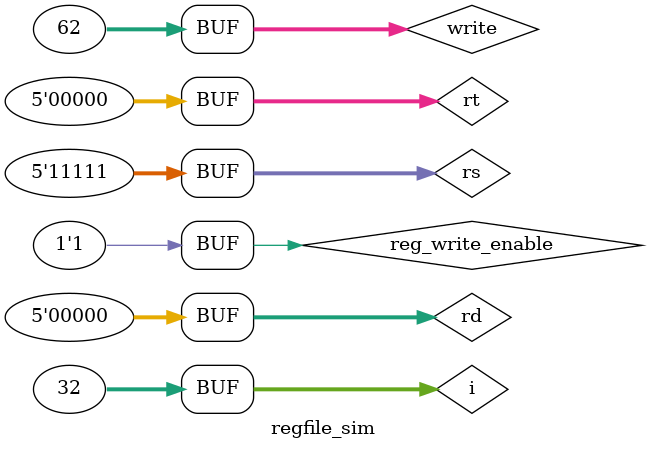
<source format=v>
`timescale 1ns / 1ps


module regfile_sim();
    wire clk;
    wire reset;
    clk_sim clk_sim(
        .clk   (clk),
        .reset (reset)
    );
    wire [31:0] rs_out;
    wire [31:0] rt_out;
    reg  [31:0] write;
    reg reg_write_enable;
    reg [4:0] rs;
    reg [4:0] rt;
    reg [4:0] rd;
    
    regfile regfile(
        .clk                (clk),
        .reset              (reset),
        .reg_read_addr1     (rs),
        .reg_read_addr2     (rt),
        .reg_write_addr     (rd),
        .reg_write_enable   (reg_write_enable),
        .reg_write_value    (write),
        .reg_read_out1      (rs_out),
        .reg_read_out2      (rt_out)
    );
    integer i;
    initial begin
        reg_write_enable = 1;
        #1;
        for (i=0;i<32;i=i+1) begin
            rs = i;
            rt = i + 1;
            rd = i + 1;
            write = i * 2;
            #2;
        end
    end
endmodule










</source>
